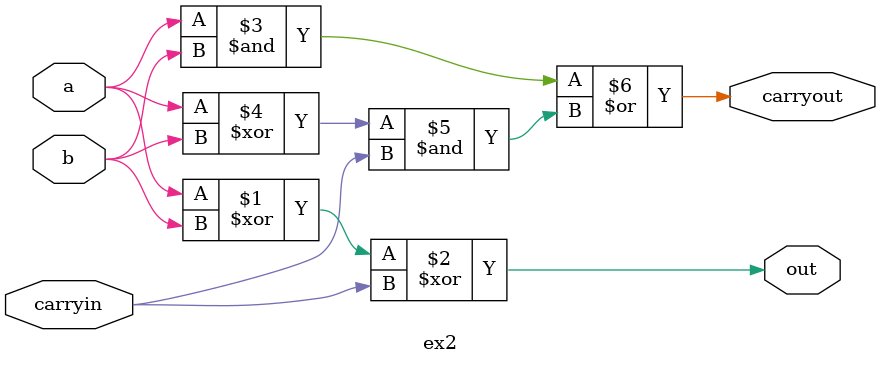
<source format=v>
module ex2 (a, b, carryin, out, carryout);

input a;
input b;
input carryin;

output carryout;
output out;

assign out = a ^ b ^ carryin;
assign carryout = a & b | (a ^ b) & carryin;

endmodule 
</source>
